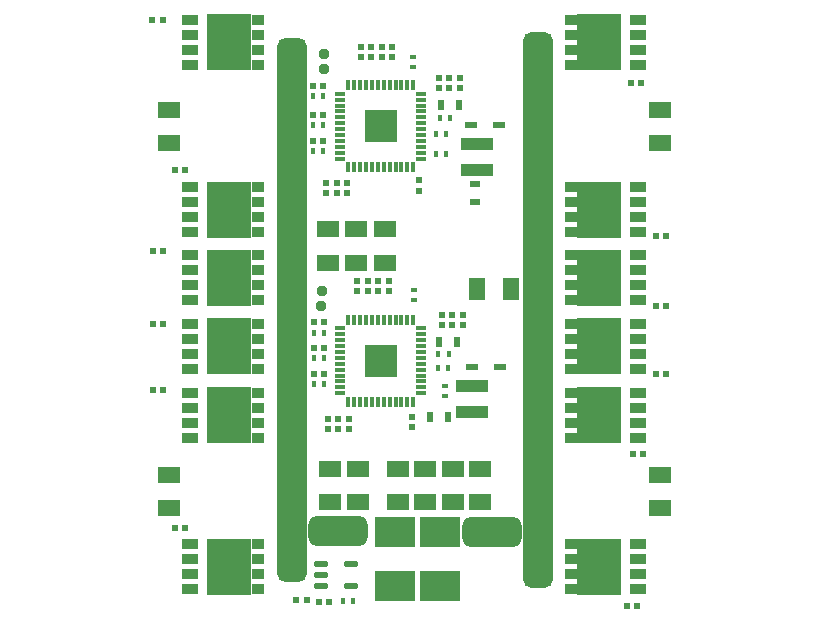
<source format=gbr>
%TF.GenerationSoftware,Altium Limited,Altium Designer,20.2.3 (150)*%
G04 Layer_Color=255*
%FSLAX26Y26*%
%MOIN*%
%TF.SameCoordinates,1E0D65CC-F0FE-4DFC-A0D5-6D9DD74121E6*%
%TF.FilePolarity,Positive*%
%TF.FileFunction,Pads,Bot*%
%TF.Part,Single*%
G01*
G75*
%TA.AperFunction,SMDPad,SMDef*%
G04:AMPARAMS|DCode=10|XSize=98.425mil|YSize=1811.024mil|CornerRadius=24.606mil|HoleSize=0mil|Usage=FLASHONLY|Rotation=0.000|XOffset=0mil|YOffset=0mil|HoleType=Round|Shape=RoundedRectangle|*
%AMROUNDEDRECTD10*
21,1,0.098425,1.761811,0,0,0.0*
21,1,0.049213,1.811024,0,0,0.0*
1,1,0.049213,0.024606,-0.880905*
1,1,0.049213,-0.024606,-0.880905*
1,1,0.049213,-0.024606,0.880905*
1,1,0.049213,0.024606,0.880905*
%
%ADD10ROUNDEDRECTD10*%
%TA.AperFunction,SMDPad,CuDef*%
%ADD12R,0.023622X0.021260*%
%ADD13R,0.075197X0.053937*%
%TA.AperFunction,SMDPad,SMDef*%
G04:AMPARAMS|DCode=15|XSize=31.496mil|YSize=31.496mil|CornerRadius=7.874mil|HoleSize=0mil|Usage=FLASHONLY|Rotation=90.000|XOffset=0mil|YOffset=0mil|HoleType=Round|Shape=RoundedRectangle|*
%AMROUNDEDRECTD15*
21,1,0.031496,0.015748,0,0,90.0*
21,1,0.015748,0.031496,0,0,90.0*
1,1,0.015748,0.007874,0.007874*
1,1,0.015748,0.007874,-0.007874*
1,1,0.015748,-0.007874,-0.007874*
1,1,0.015748,-0.007874,0.007874*
%
%ADD15ROUNDEDRECTD15*%
%TA.AperFunction,SMDPad,CuDef*%
%ADD16R,0.020000X0.036614*%
%ADD17R,0.147638X0.185039*%
%ADD18R,0.041339X0.033465*%
%ADD19R,0.057087X0.033465*%
%TA.AperFunction,SMDPad,SMDef*%
G04:AMPARAMS|DCode=20|XSize=98.425mil|YSize=1850.394mil|CornerRadius=24.606mil|HoleSize=0mil|Usage=FLASHONLY|Rotation=0.000|XOffset=0mil|YOffset=0mil|HoleType=Round|Shape=RoundedRectangle|*
%AMROUNDEDRECTD20*
21,1,0.098425,1.801181,0,0,0.0*
21,1,0.049213,1.850394,0,0,0.0*
1,1,0.049213,0.024606,-0.900591*
1,1,0.049213,-0.024606,-0.900591*
1,1,0.049213,-0.024606,0.900591*
1,1,0.049213,0.024606,0.900591*
%
%ADD20ROUNDEDRECTD20*%
%TA.AperFunction,SMDPad,CuDef*%
%ADD24R,0.016000X0.023622*%
%ADD25R,0.033465X0.011811*%
%ADD26R,0.011811X0.033465*%
%ADD27R,0.106299X0.106299*%
%ADD28R,0.106000X0.039000*%
%ADD30R,0.023622X0.016000*%
%ADD31R,0.021260X0.023622*%
%TA.AperFunction,SMDPad,SMDef*%
G04:AMPARAMS|DCode=45|XSize=98.425mil|YSize=196.85mil|CornerRadius=24.606mil|HoleSize=0mil|Usage=FLASHONLY|Rotation=270.000|XOffset=0mil|YOffset=0mil|HoleType=Round|Shape=RoundedRectangle|*
%AMROUNDEDRECTD45*
21,1,0.098425,0.147638,0,0,270.0*
21,1,0.049213,0.196850,0,0,270.0*
1,1,0.049213,-0.073819,-0.024606*
1,1,0.049213,-0.073819,0.024606*
1,1,0.049213,0.073819,0.024606*
1,1,0.049213,0.073819,-0.024606*
%
%ADD45ROUNDEDRECTD45*%
%TA.AperFunction,SMDPad,CuDef*%
%ADD46R,0.053937X0.075197*%
%ADD47R,0.041339X0.019685*%
%ADD48R,0.036614X0.020000*%
G04:AMPARAMS|DCode=49|XSize=47.638mil|YSize=23.228mil|CornerRadius=5.807mil|HoleSize=0mil|Usage=FLASHONLY|Rotation=0.000|XOffset=0mil|YOffset=0mil|HoleType=Round|Shape=RoundedRectangle|*
%AMROUNDEDRECTD49*
21,1,0.047638,0.011614,0,0,0.0*
21,1,0.036024,0.023228,0,0,0.0*
1,1,0.011614,0.018012,-0.005807*
1,1,0.011614,-0.018012,-0.005807*
1,1,0.011614,-0.018012,0.005807*
1,1,0.011614,0.018012,0.005807*
%
%ADD49ROUNDEDRECTD49*%
%ADD50R,0.136220X0.101575*%
D10*
X760000Y1181102D02*
D03*
D12*
X1185000Y1614008D02*
D03*
Y1579992D02*
D03*
X990000Y2023992D02*
D03*
Y2058008D02*
D03*
X910000Y1571984D02*
D03*
Y1606000D02*
D03*
X875000D02*
D03*
Y1571984D02*
D03*
X945000D02*
D03*
Y1606000D02*
D03*
X1320000Y1955008D02*
D03*
Y1920992D02*
D03*
X1285000D02*
D03*
Y1955008D02*
D03*
X1250000Y1920992D02*
D03*
Y1955008D02*
D03*
X1025000Y2023992D02*
D03*
Y2058008D02*
D03*
X1060000D02*
D03*
Y2023992D02*
D03*
X1095000Y2058008D02*
D03*
Y2023992D02*
D03*
X950000Y783992D02*
D03*
Y818008D02*
D03*
X915000Y783984D02*
D03*
Y818000D02*
D03*
X880000Y818008D02*
D03*
Y783992D02*
D03*
X1331000Y1166016D02*
D03*
Y1132000D02*
D03*
X1261000Y1131992D02*
D03*
Y1166008D02*
D03*
X1296000Y1131992D02*
D03*
Y1166008D02*
D03*
X1084000Y1280008D02*
D03*
Y1245992D02*
D03*
X1049000Y1280008D02*
D03*
Y1245992D02*
D03*
X1014000D02*
D03*
Y1280008D02*
D03*
X979000Y1245992D02*
D03*
Y1280008D02*
D03*
X1161000Y826008D02*
D03*
Y791992D02*
D03*
D13*
X1071000Y1340055D02*
D03*
Y1451945D02*
D03*
X887000Y653945D02*
D03*
Y542055D02*
D03*
X975000Y1340055D02*
D03*
Y1451945D02*
D03*
X881000Y1340055D02*
D03*
Y1451945D02*
D03*
X980000Y653945D02*
D03*
Y542055D02*
D03*
X1114000Y653945D02*
D03*
Y542055D02*
D03*
X1205000Y653945D02*
D03*
Y542055D02*
D03*
X1299000Y653945D02*
D03*
Y542055D02*
D03*
X1387000Y653945D02*
D03*
Y542055D02*
D03*
X351000Y1849945D02*
D03*
Y1738055D02*
D03*
X1987000Y1849945D02*
D03*
Y1738055D02*
D03*
Y632945D02*
D03*
Y521055D02*
D03*
X351000Y632945D02*
D03*
Y521055D02*
D03*
D15*
X858000Y1196000D02*
D03*
X861000Y1246000D02*
D03*
X869000Y2037000D02*
D03*
X867000Y1986000D02*
D03*
D16*
X1317315Y1864000D02*
D03*
X1256685D02*
D03*
X1249685Y1075000D02*
D03*
X1310315D02*
D03*
X1220685Y825000D02*
D03*
X1281315D02*
D03*
D17*
X551922Y1289000D02*
D03*
Y1517000D02*
D03*
Y2074000D02*
D03*
X1785347Y1289000D02*
D03*
Y1517000D02*
D03*
Y2074000D02*
D03*
X552000Y1061000D02*
D03*
X551922Y832000D02*
D03*
Y327000D02*
D03*
X1784347Y832000D02*
D03*
X1785347Y1061000D02*
D03*
X1784347Y327000D02*
D03*
D18*
X646410Y1442000D02*
D03*
Y1492000D02*
D03*
Y1542000D02*
D03*
Y1592000D02*
D03*
Y1214000D02*
D03*
Y1264000D02*
D03*
Y1314000D02*
D03*
Y1364000D02*
D03*
Y1999000D02*
D03*
Y2049000D02*
D03*
Y2099000D02*
D03*
Y2149000D02*
D03*
X1690858Y1364000D02*
D03*
Y1314000D02*
D03*
Y1264000D02*
D03*
Y1214000D02*
D03*
Y1592000D02*
D03*
Y1542000D02*
D03*
Y1492000D02*
D03*
Y1442000D02*
D03*
Y2149000D02*
D03*
Y2099000D02*
D03*
Y2049000D02*
D03*
Y1999000D02*
D03*
X646488Y986000D02*
D03*
Y1036000D02*
D03*
Y1086000D02*
D03*
Y1136000D02*
D03*
X646410Y757000D02*
D03*
Y807000D02*
D03*
Y857000D02*
D03*
Y907000D02*
D03*
Y252000D02*
D03*
Y302000D02*
D03*
Y352000D02*
D03*
Y402000D02*
D03*
X1689858Y757000D02*
D03*
Y807000D02*
D03*
Y857000D02*
D03*
Y907000D02*
D03*
X1690858Y986000D02*
D03*
Y1036000D02*
D03*
Y1086000D02*
D03*
Y1136000D02*
D03*
X1689858Y252000D02*
D03*
Y302000D02*
D03*
Y352000D02*
D03*
Y402000D02*
D03*
D19*
X422000Y1592000D02*
D03*
Y1542000D02*
D03*
Y1492000D02*
D03*
Y1442000D02*
D03*
Y1364000D02*
D03*
Y1314000D02*
D03*
Y1264000D02*
D03*
Y1214000D02*
D03*
Y2149000D02*
D03*
Y2099000D02*
D03*
Y2049000D02*
D03*
Y1999000D02*
D03*
X1915268Y1214000D02*
D03*
Y1264000D02*
D03*
Y1314000D02*
D03*
Y1364000D02*
D03*
Y1442000D02*
D03*
Y1492000D02*
D03*
Y1542000D02*
D03*
Y1592000D02*
D03*
Y1999000D02*
D03*
Y2049000D02*
D03*
Y2099000D02*
D03*
Y2149000D02*
D03*
X422079Y1136000D02*
D03*
Y1086000D02*
D03*
Y1036000D02*
D03*
Y986000D02*
D03*
X422000Y907000D02*
D03*
Y857000D02*
D03*
Y807000D02*
D03*
Y757000D02*
D03*
Y402000D02*
D03*
Y352000D02*
D03*
Y302000D02*
D03*
Y252000D02*
D03*
X1914268Y907000D02*
D03*
Y857000D02*
D03*
Y807000D02*
D03*
Y757000D02*
D03*
X1915268Y1136000D02*
D03*
Y1086000D02*
D03*
Y1036000D02*
D03*
Y986000D02*
D03*
X1914268Y402000D02*
D03*
Y352000D02*
D03*
Y302000D02*
D03*
Y252000D02*
D03*
D20*
X1580000Y1181102D02*
D03*
D24*
X1239992Y1702000D02*
D03*
X1274008D02*
D03*
X1254992Y1822000D02*
D03*
X1289008D02*
D03*
X1239992Y1769000D02*
D03*
X1274008D02*
D03*
X865008Y1711000D02*
D03*
X830992D02*
D03*
X865008Y1798000D02*
D03*
X830992D02*
D03*
X865008Y1895000D02*
D03*
X830992D02*
D03*
X1248992Y1036000D02*
D03*
X1283008D02*
D03*
X1247992Y988000D02*
D03*
X1282008D02*
D03*
X867008Y935000D02*
D03*
X832992D02*
D03*
X867008Y1021000D02*
D03*
X832992D02*
D03*
X867008Y1107000D02*
D03*
X832992D02*
D03*
X930992Y213000D02*
D03*
X965008D02*
D03*
D25*
X1192827Y1121268D02*
D03*
Y1101583D02*
D03*
Y1081898D02*
D03*
Y1062213D02*
D03*
Y1042528D02*
D03*
Y1022842D02*
D03*
Y1003158D02*
D03*
Y983472D02*
D03*
Y963787D02*
D03*
Y944102D02*
D03*
Y924417D02*
D03*
Y904732D02*
D03*
X921173D02*
D03*
Y924417D02*
D03*
Y944102D02*
D03*
Y963787D02*
D03*
Y983472D02*
D03*
Y1003158D02*
D03*
Y1022842D02*
D03*
Y1042528D02*
D03*
Y1062213D02*
D03*
Y1081898D02*
D03*
Y1101583D02*
D03*
Y1121268D02*
D03*
Y1903094D02*
D03*
Y1883409D02*
D03*
Y1863724D02*
D03*
Y1844039D02*
D03*
Y1824354D02*
D03*
Y1804669D02*
D03*
Y1784984D02*
D03*
Y1765299D02*
D03*
Y1745614D02*
D03*
Y1725929D02*
D03*
Y1706244D02*
D03*
Y1686559D02*
D03*
X1192827D02*
D03*
Y1706244D02*
D03*
Y1725929D02*
D03*
Y1745614D02*
D03*
Y1765299D02*
D03*
Y1784984D02*
D03*
Y1804669D02*
D03*
Y1824354D02*
D03*
Y1844039D02*
D03*
Y1863724D02*
D03*
Y1883409D02*
D03*
Y1903094D02*
D03*
D26*
X1165268Y877173D02*
D03*
X1145583D02*
D03*
X1125898D02*
D03*
X1106213D02*
D03*
X1086528D02*
D03*
X1066842D02*
D03*
X1047158D02*
D03*
X1027472D02*
D03*
X1007787D02*
D03*
X988102D02*
D03*
X968417D02*
D03*
X948732D02*
D03*
Y1148827D02*
D03*
X968417D02*
D03*
X988102D02*
D03*
X1007787D02*
D03*
X1027472D02*
D03*
X1047158D02*
D03*
X1066842D02*
D03*
X1086528D02*
D03*
X1106213D02*
D03*
X1125898D02*
D03*
X1145583D02*
D03*
X1165268D02*
D03*
Y1930654D02*
D03*
X1145583D02*
D03*
X1125898D02*
D03*
X1106213D02*
D03*
X1086528D02*
D03*
X1066842D02*
D03*
X1047158D02*
D03*
X1027472D02*
D03*
X1007787D02*
D03*
X988102D02*
D03*
X968417D02*
D03*
X948732D02*
D03*
Y1659000D02*
D03*
X968417D02*
D03*
X988102D02*
D03*
X1007787D02*
D03*
X1027472D02*
D03*
X1047158D02*
D03*
X1066842D02*
D03*
X1086528D02*
D03*
X1106213D02*
D03*
X1125898D02*
D03*
X1145583D02*
D03*
X1165268D02*
D03*
D27*
X1057000Y1013000D02*
D03*
Y1794827D02*
D03*
D28*
X1378000Y1650000D02*
D03*
Y1736000D02*
D03*
X1362000Y842000D02*
D03*
Y928000D02*
D03*
D30*
X1165000Y1992992D02*
D03*
Y2027008D02*
D03*
X1270000Y929008D02*
D03*
Y894992D02*
D03*
X1167000Y1214992D02*
D03*
Y1249008D02*
D03*
D31*
X865008Y1746000D02*
D03*
X830992D02*
D03*
X865008Y1833000D02*
D03*
X830992D02*
D03*
X865008Y1930000D02*
D03*
X830992D02*
D03*
X297992Y1378000D02*
D03*
X332008D02*
D03*
X406008Y1648000D02*
D03*
X371992D02*
D03*
X295992Y2148000D02*
D03*
X330008D02*
D03*
X2008008Y1196000D02*
D03*
X1973992D02*
D03*
X2008008Y1428000D02*
D03*
X1973992D02*
D03*
X1889992Y1939000D02*
D03*
X1924008D02*
D03*
X406008Y457000D02*
D03*
X371992D02*
D03*
X296992Y917000D02*
D03*
X331008D02*
D03*
X296992Y1136000D02*
D03*
X331008D02*
D03*
X867008Y1056000D02*
D03*
X832992D02*
D03*
X867008Y1142000D02*
D03*
X832992D02*
D03*
X867016Y970000D02*
D03*
X833000D02*
D03*
X1911008Y197000D02*
D03*
X1876992D02*
D03*
X1932008Y702000D02*
D03*
X1897992D02*
D03*
X1973992Y970000D02*
D03*
X2008008D02*
D03*
X775992Y216000D02*
D03*
X810008D02*
D03*
X850992Y210000D02*
D03*
X885008D02*
D03*
D45*
X1427000Y441000D02*
D03*
X916000Y447000D02*
D03*
D46*
X1379055Y1251000D02*
D03*
X1490945D02*
D03*
D47*
X1449653Y1800000D02*
D03*
X1356347D02*
D03*
X1455653Y993000D02*
D03*
X1362347D02*
D03*
D48*
X1371000Y1540685D02*
D03*
Y1601315D02*
D03*
D49*
X858591Y261598D02*
D03*
Y299000D02*
D03*
Y336402D02*
D03*
X957409D02*
D03*
Y261598D02*
D03*
D50*
X1254000Y260819D02*
D03*
Y443181D02*
D03*
X1104000Y260819D02*
D03*
Y443181D02*
D03*
%TF.MD5,7236f49dfd98ca70489312966b36bc54*%
M02*

</source>
